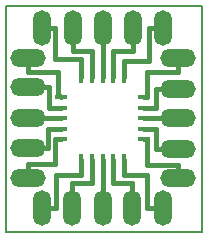
<source format=gbr>
%FSLAX33Y33*%
%MOMM*%
G04 EasyPC Gerber Version 15.0.4 Build 3016 *
%ADD79O,1.52400X3.00000*%
%ADD28R,0.40000X1.00000*%
%ADD24C,0.12700*%
%ADD78C,0.38100*%
%ADD77O,3.00000X1.52400*%
%ADD27R,1.00000X0.40000*%
X0Y0D02*
D02*
D24*
X16313Y34045D02*
Y14945D01*
X32913*
Y34045*
X16313*
D02*
D27*
X21013Y22745D03*
Y23645D03*
Y24545D03*
Y25445D03*
Y26345D03*
X28013Y22745D03*
Y23645D03*
Y24545D03*
Y25445D03*
Y26345D03*
D02*
D28*
X22713Y21045D03*
Y28045D03*
X23613Y21045D03*
Y28045D03*
X24513Y21045D03*
Y28045D03*
X25413Y21045D03*
Y28045D03*
X26313Y21045D03*
Y28045D03*
D02*
D77*
X18213Y19445D03*
Y22045D03*
Y24545D03*
Y27145D03*
Y29645D03*
X30913Y19445D03*
Y21945D03*
Y24545D03*
Y27045D03*
Y29645D03*
D02*
D78*
X18213Y27145D02*
X20013D01*
Y25445*
X21013*
X18213Y29645D02*
Y28445D01*
X20713*
Y26545*
X21013Y26345*
Y22745D02*
X20513D01*
Y20645*
X18213*
Y19445*
X21013Y23645D02*
X19913D01*
Y22045*
X18213*
X21013Y24545D02*
X18213D01*
X22713Y21045D02*
Y19745D01*
X20613*
Y16945*
X19413*
X22713Y28045D02*
Y29545D01*
X20513*
Y32145*
X19413*
X23613Y21045D02*
Y19045D01*
X21913*
Y16945*
X23613Y28045D02*
Y30245D01*
X22013*
Y32145*
X24513Y21045D02*
Y16945D01*
Y28045D02*
Y32145D01*
X25413Y21045D02*
Y19045D01*
X27013*
Y16945*
X25413Y28045D02*
Y30245D01*
X27113*
Y32145*
X26313Y21045D02*
Y19745D01*
X28313*
Y16945*
X29613*
X26313Y28045D02*
Y29345D01*
X28413*
Y32145*
X29613*
X28013Y22745D02*
X28313D01*
Y20545*
X30913*
Y19445*
X28013Y23645D02*
X29013D01*
Y21945*
X30913*
X28013Y24545D02*
X30913D01*
X28013Y25445D02*
X29013D01*
Y27045*
X30913*
X28013Y26345D02*
X28313D01*
Y28445*
X30913*
Y29645*
D02*
D79*
X19413Y16945D03*
Y32145D03*
X21913Y16945D03*
X22013Y32145D03*
X24513Y16945D03*
Y32145D03*
X27013Y16945D03*
X27113Y32145D03*
X29613Y16945D03*
Y32145D03*
X0Y0D02*
M02*

</source>
